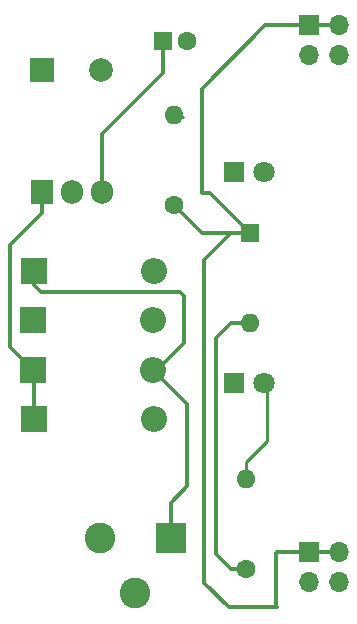
<source format=gtl>
%TF.GenerationSoftware,KiCad,Pcbnew,6.0.6*%
%TF.CreationDate,2022-09-01T23:29:09+01:00*%
%TF.ProjectId,breadbored power supply,62726561-6462-46f7-9265-6420706f7765,rev?*%
%TF.SameCoordinates,Original*%
%TF.FileFunction,Copper,L1,Top*%
%TF.FilePolarity,Positive*%
%FSLAX46Y46*%
G04 Gerber Fmt 4.6, Leading zero omitted, Abs format (unit mm)*
G04 Created by KiCad (PCBNEW 6.0.6) date 2022-09-01 23:29:09*
%MOMM*%
%LPD*%
G01*
G04 APERTURE LIST*
%TA.AperFunction,ComponentPad*%
%ADD10C,1.600000*%
%TD*%
%TA.AperFunction,ComponentPad*%
%ADD11O,1.600000X1.600000*%
%TD*%
%TA.AperFunction,ComponentPad*%
%ADD12R,2.200000X2.200000*%
%TD*%
%TA.AperFunction,ComponentPad*%
%ADD13O,2.200000X2.200000*%
%TD*%
%TA.AperFunction,ComponentPad*%
%ADD14R,1.800000X1.800000*%
%TD*%
%TA.AperFunction,ComponentPad*%
%ADD15C,1.800000*%
%TD*%
%TA.AperFunction,ComponentPad*%
%ADD16R,1.905000X2.000000*%
%TD*%
%TA.AperFunction,ComponentPad*%
%ADD17O,1.905000X2.000000*%
%TD*%
%TA.AperFunction,ComponentPad*%
%ADD18R,1.600000X1.600000*%
%TD*%
%TA.AperFunction,ComponentPad*%
%ADD19R,2.600000X2.600000*%
%TD*%
%TA.AperFunction,ComponentPad*%
%ADD20C,2.600000*%
%TD*%
%TA.AperFunction,ComponentPad*%
%ADD21R,1.700000X1.700000*%
%TD*%
%TA.AperFunction,ComponentPad*%
%ADD22O,1.700000X1.700000*%
%TD*%
%TA.AperFunction,ComponentPad*%
%ADD23R,2.000000X2.000000*%
%TD*%
%TA.AperFunction,ComponentPad*%
%ADD24C,2.000000*%
%TD*%
%TA.AperFunction,Conductor*%
%ADD25C,0.300000*%
%TD*%
%TA.AperFunction,Conductor*%
%ADD26C,0.250000*%
%TD*%
G04 APERTURE END LIST*
D10*
%TO.P,R1,1*%
%TO.N,/Vout1*%
X148848000Y-128190000D03*
D11*
%TO.P,R1,2*%
%TO.N,Net-(R1-Pad2)*%
X148848000Y-120570000D03*
%TD*%
D12*
%TO.P,D1,1,K*%
%TO.N,/Vin*%
X130814000Y-111299000D03*
D13*
%TO.P,D1,2,A*%
%TO.N,Net-(D1-Pad2)*%
X140974000Y-111299000D03*
%TD*%
D14*
%TO.P,D6,1,K*%
%TO.N,/V-*%
X147832000Y-94535000D03*
D15*
%TO.P,D6,2,A*%
%TO.N,Net-(R2-Pad2)*%
X150372000Y-94535000D03*
%TD*%
D12*
%TO.P,D3,1,K*%
%TO.N,/Vin*%
X130941000Y-115490000D03*
D13*
%TO.P,D3,2,A*%
%TO.N,Net-(D4-Pad1)*%
X141101000Y-115490000D03*
%TD*%
D12*
%TO.P,D4,1,K*%
%TO.N,Net-(D4-Pad1)*%
X130814000Y-107108000D03*
D13*
%TO.P,D4,2,A*%
%TO.N,/V-*%
X140974000Y-107108000D03*
%TD*%
D16*
%TO.P,U1,1,VI*%
%TO.N,/Vin*%
X131576000Y-96242000D03*
D17*
%TO.P,U1,2,GND*%
%TO.N,/V-*%
X134116000Y-96242000D03*
%TO.P,U1,3,VO*%
%TO.N,/Vout1*%
X136656000Y-96242000D03*
%TD*%
D18*
%TO.P,C2,1*%
%TO.N,/Vout1*%
X141863000Y-83486000D03*
D10*
%TO.P,C2,2*%
%TO.N,/V-*%
X143863000Y-83486000D03*
%TD*%
D12*
%TO.P,D2,1,K*%
%TO.N,Net-(D1-Pad2)*%
X130941000Y-102917000D03*
D13*
%TO.P,D2,2,A*%
%TO.N,/V-*%
X141101000Y-102917000D03*
%TD*%
D19*
%TO.P,J1,1*%
%TO.N,Net-(D1-Pad2)*%
X142475000Y-125523000D03*
D20*
%TO.P,J1,2*%
%TO.N,Net-(D4-Pad1)*%
X136475000Y-125523000D03*
%TO.P,J1,3*%
%TO.N,unconnected-(J1-Pad3)*%
X139475000Y-130223000D03*
%TD*%
D14*
%TO.P,D5,1,K*%
%TO.N,/V-*%
X147832000Y-112442000D03*
D15*
%TO.P,D5,2,A*%
%TO.N,Net-(R1-Pad2)*%
X150372000Y-112442000D03*
%TD*%
D21*
%TO.P,J3,1,Pin_1*%
%TO.N,/Vout2*%
X154177000Y-126788000D03*
D22*
%TO.P,J3,2,Pin_2*%
X156717000Y-126788000D03*
%TO.P,J3,3,Pin_3*%
%TO.N,/V-*%
X154177000Y-129328000D03*
%TO.P,J3,4,Pin_4*%
X156717000Y-129328000D03*
%TD*%
D23*
%TO.P,C1,1*%
%TO.N,/Vin*%
X131576000Y-85899000D03*
D24*
%TO.P,C1,2*%
%TO.N,/V-*%
X136576000Y-85899000D03*
%TD*%
D21*
%TO.P,J2,1,Pin_1*%
%TO.N,/Vout2*%
X154177000Y-82135000D03*
D22*
%TO.P,J2,2,Pin_2*%
X156717000Y-82135000D03*
%TO.P,J2,3,Pin_3*%
%TO.N,/V-*%
X154177000Y-84675000D03*
%TO.P,J2,4,Pin_4*%
X156717000Y-84675000D03*
%TD*%
D10*
%TO.P,R2,1*%
%TO.N,/Vout2*%
X142752000Y-97329000D03*
D11*
%TO.P,R2,2*%
%TO.N,Net-(R2-Pad2)*%
X142752000Y-89709000D03*
%TD*%
D18*
%TO.P,SW1,1,A*%
%TO.N,/Vout2*%
X149229000Y-99721000D03*
D11*
%TO.P,SW1,2,B*%
%TO.N,/Vout1*%
X149229000Y-107341000D03*
%TD*%
D25*
%TO.N,/Vout1*%
X148848000Y-128190000D02*
X147553000Y-128190000D01*
X141863000Y-86176000D02*
X136656000Y-91383000D01*
X141863000Y-83486000D02*
X141301000Y-84048000D01*
X141863000Y-83486000D02*
X141863000Y-86176000D01*
X136656000Y-91383000D02*
X136656000Y-96242000D01*
X146301000Y-126938000D02*
X146301000Y-108638000D01*
X147598000Y-107341000D02*
X149229000Y-107341000D01*
X146301000Y-108638000D02*
X147598000Y-107341000D01*
X147553000Y-128190000D02*
X146301000Y-126938000D01*
D26*
%TO.N,Net-(R1-Pad2)*%
X150601000Y-117338000D02*
X150601000Y-112671000D01*
X148848000Y-120570000D02*
X148848000Y-119091000D01*
X148848000Y-119091000D02*
X150601000Y-117338000D01*
X150601000Y-112671000D02*
X150372000Y-112442000D01*
D25*
%TO.N,/Vout2*%
X149229000Y-99721000D02*
X145144000Y-99721000D01*
X154177000Y-126788000D02*
X151451000Y-126788000D01*
X145846000Y-96338000D02*
X145101000Y-96338000D01*
X145101000Y-96338000D02*
X145101000Y-87538000D01*
X142752000Y-97487000D02*
X142701000Y-97538000D01*
X145144000Y-99721000D02*
X142752000Y-97329000D01*
X154177000Y-82135000D02*
X156717000Y-82135000D01*
X156717000Y-126788000D02*
X154177000Y-126788000D01*
X149229000Y-99721000D02*
X145846000Y-96338000D01*
X142752000Y-97329000D02*
X142752000Y-97487000D01*
X147401000Y-131438000D02*
X145301000Y-129338000D01*
X150504000Y-82135000D02*
X154177000Y-82135000D01*
X151501000Y-131438000D02*
X147401000Y-131438000D01*
X156717000Y-82135000D02*
X156904000Y-82135000D01*
X145301000Y-102038000D02*
X147618000Y-99721000D01*
X151401000Y-131338000D02*
X151501000Y-131438000D01*
X151401000Y-126838000D02*
X151401000Y-131338000D01*
X151451000Y-126788000D02*
X151401000Y-126838000D01*
X145301000Y-129338000D02*
X145301000Y-102038000D01*
X145101000Y-87538000D02*
X150504000Y-82135000D01*
X147618000Y-99721000D02*
X149229000Y-99721000D01*
D26*
%TO.N,Net-(R2-Pad2)*%
X143272000Y-89709000D02*
X143501000Y-89938000D01*
X142752000Y-89709000D02*
X143272000Y-89709000D01*
D25*
%TO.N,/Vin*%
X128901000Y-100738000D02*
X131576000Y-98063000D01*
X130941000Y-115490000D02*
X130941000Y-111426000D01*
X130941000Y-111426000D02*
X130814000Y-111299000D01*
X131576000Y-98063000D02*
X131576000Y-96242000D01*
X128901000Y-109386000D02*
X128901000Y-100738000D01*
X130814000Y-111299000D02*
X128901000Y-109386000D01*
%TO.N,Net-(D1-Pad2)*%
X143301000Y-104738000D02*
X131501000Y-104738000D01*
X143601000Y-105038000D02*
X143301000Y-104738000D01*
X142475000Y-125523000D02*
X142475000Y-122564000D01*
X140974000Y-111299000D02*
X141340000Y-111299000D01*
X143601000Y-109038000D02*
X143601000Y-105038000D01*
X130941000Y-104178000D02*
X130941000Y-102917000D01*
X143901000Y-114226000D02*
X140974000Y-111299000D01*
X143901000Y-121138000D02*
X143901000Y-114226000D01*
X142475000Y-122564000D02*
X143901000Y-121138000D01*
X141340000Y-111299000D02*
X143601000Y-109038000D01*
X131501000Y-104738000D02*
X130941000Y-104178000D01*
%TD*%
M02*

</source>
